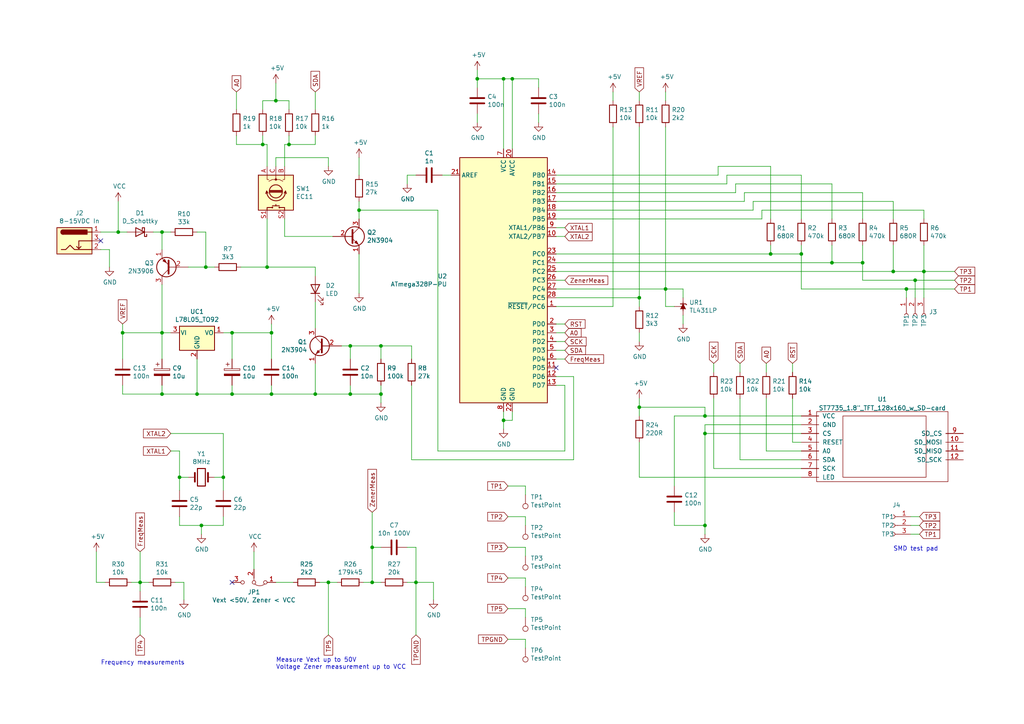
<source format=kicad_sch>
(kicad_sch (version 20211123) (generator eeschema)
  (paper "A4")
  (lib_symbols
    (symbol "Connector:Barrel_Jack_Switch" (pin_names hide)
      (property "Reference" "J" (at 0 5.334 0))
      (property "Value" "Barrel_Jack_Switch" (at 0 -5.08 0))
      (symbol "Barrel_Jack_Switch_1_1"
        (pin passive line (at 7.62 2.54 180) (length 2.54) (name "~") (number "1"))
        (pin passive line (at 7.62 -2.54 180) (length 2.54) (name "~") (number "2"))
        (pin passive line (at 7.62 0 180) (length 2.54) (name "~") (number "3"))
      )
    )
    (symbol "Connector:TestPoint" (pin_numbers hide) (pin_names (offset 0.762) hide)
      (property "Reference" "TP" (at 0 6.858 0))
      (property "Value" "TestPoint" (at 0 5.08 0))
      (symbol "TestPoint_1_1"
        (pin passive line (at 0 0 90) (length 2.54) (name "1") (number "1"))
      )
    )
    (symbol "Device:C" (pin_numbers hide) (pin_names (offset 0.254))
      (property "Reference" "C" (at 0.635 2.54 0))
      (property "Value" "C" (at 0.635 -2.54 0))
      (symbol "C_1_1"
        (pin passive line (at 0 3.81 270) (length 2.794) (name "~") (number "1"))
        (pin passive line (at 0 -3.81 90) (length 2.794) (name "~") (number "2"))
      )
    )
    (symbol "Device:Crystal" (pin_numbers hide) (pin_names (offset 1.016) hide)
      (property "Reference" "Y" (at 0 3.81 0))
      (property "Value" "Crystal" (at 0 -3.81 0))
      (symbol "Crystal_1_1"
        (pin passive line (at -3.81 0 0) (length 1.27) (name "1") (number "1"))
        (pin passive line (at 3.81 0 180) (length 1.27) (name "2") (number "2"))
      )
    )
    (symbol "Device:D_Schottky" (pin_numbers hide) (pin_names (offset 1.016) hide)
      (property "Reference" "D" (at 0 2.54 0))
      (property "Value" "D_Schottky" (at 0 -2.54 0))
      (symbol "D_Schottky_1_1"
        (pin passive line (at -3.81 0 0) (length 2.54) (name "K") (number "1"))
        (pin passive line (at 3.81 0 180) (length 2.54) (name "A") (number "2"))
      )
    )
    (symbol "Device:LED" (pin_numbers hide) (pin_names (offset 1.016) hide)
      (property "Reference" "D" (at 0 2.54 0))
      (property "Value" "LED" (at 0 -2.54 0))
      (symbol "LED_1_1"
        (pin passive line (at -3.81 0 0) (length 2.54) (name "K") (number "1"))
        (pin passive line (at 3.81 0 180) (length 2.54) (name "A") (number "2"))
      )
    )
    (symbol "Device:R" (pin_numbers hide) (pin_names (offset 0))
      (property "Reference" "R" (at 2.032 0 90))
      (property "Value" "R" (at 0 0 90))
      (symbol "R_1_1"
        (pin passive line (at 0 3.81 270) (length 1.27) (name "~") (number "1"))
        (pin passive line (at 0 -3.81 90) (length 1.27) (name "~") (number "2"))
      )
    )
    (symbol "My_Headers:3-pin_test_header" (pin_names (offset 1.016))
      (property "Reference" "J" (at 0 5.08 0))
      (symbol "3-pin_test_header_1_1"
        (pin input line (at -5.08 2.54 0) (length 3.81) (name "TP1") (number "1"))
        (pin input line (at -5.08 0 0) (length 3.81) (name "TP2") (number "2"))
        (pin input line (at -5.08 -2.54 0) (length 3.81) (name "TP3") (number "3"))
      )
    )
    (symbol "My_Misc:ATmega328P-PU"
      (property "Reference" "U" (at -12.7 36.83 0))
      (property "Value" "ATmega328P-PU" (at 7.62 -36.83 0))
      (symbol "ATmega328P-PU_1_1"
        (pin bidirectional line (at 15.24 -7.62 180) (length 2.54) (name "~{RESET}/PC6") (number "1"))
        (pin bidirectional line (at 15.24 12.7 180) (length 2.54) (name "XTAL2/PB7") (number "10"))
        (pin bidirectional line (at 15.24 -25.4 180) (length 2.54) (name "PD5") (number "11"))
        (pin bidirectional line (at 15.24 -27.94 180) (length 2.54) (name "PD6") (number "12"))
        (pin bidirectional line (at 15.24 -30.48 180) (length 2.54) (name "PD7") (number "13"))
        (pin bidirectional line (at 15.24 30.48 180) (length 2.54) (name "PB0") (number "14"))
        (pin bidirectional line (at 15.24 27.94 180) (length 2.54) (name "PB1") (number "15"))
        (pin bidirectional line (at 15.24 25.4 180) (length 2.54) (name "PB2") (number "16"))
        (pin bidirectional line (at 15.24 22.86 180) (length 2.54) (name "PB3") (number "17"))
        (pin bidirectional line (at 15.24 20.32 180) (length 2.54) (name "PB4") (number "18"))
        (pin bidirectional line (at 15.24 17.78 180) (length 2.54) (name "PB5") (number "19"))
        (pin bidirectional line (at 15.24 -12.7 180) (length 2.54) (name "PD0") (number "2"))
        (pin power_in line (at 2.54 38.1 270) (length 2.54) (name "AVCC") (number "20"))
        (pin passive line (at -15.24 30.48 0) (length 2.54) (name "AREF") (number "21"))
        (pin passive line (at 0 -38.1 90) (length 2.54) hide (name "GND") (number "22"))
        (pin power_in line (at 2.54 -38.1 90) (length 2.54) (name "GND") (number "22"))
        (pin bidirectional line (at 15.24 7.62 180) (length 2.54) (name "PC0") (number "23"))
        (pin bidirectional line (at 15.24 5.08 180) (length 2.54) (name "PC1") (number "24"))
        (pin bidirectional line (at 15.24 2.54 180) (length 2.54) (name "PC2") (number "25"))
        (pin bidirectional line (at 15.24 0 180) (length 2.54) (name "PC3") (number "26"))
        (pin bidirectional line (at 15.24 -2.54 180) (length 2.54) (name "PC4") (number "27"))
        (pin bidirectional line (at 15.24 -5.08 180) (length 2.54) (name "PC5") (number "28"))
        (pin bidirectional line (at 15.24 -15.24 180) (length 2.54) (name "PD1") (number "3"))
        (pin bidirectional line (at 15.24 -17.78 180) (length 2.54) (name "PD2") (number "4"))
        (pin bidirectional line (at 15.24 -20.32 180) (length 2.54) (name "PD3") (number "5"))
        (pin bidirectional line (at 15.24 -22.86 180) (length 2.54) (name "PD4") (number "6"))
        (pin power_in line (at 0 38.1 270) (length 2.54) (name "VCC") (number "7"))
        (pin power_in line (at 0 -38.1 90) (length 2.54) (name "GND") (number "8"))
        (pin bidirectional line (at 15.24 15.24 180) (length 2.54) (name "XTAL1/PB6") (number "9"))
      )
    )
    (symbol "My_Parts:ST7735_1.8{dblquote}_TFT_128x160_w_SD-card" (pin_names (offset 1.016))
      (property "Reference" "U" (at 6.35 3.175 0))
      (property "Value" "ST7735_1.8{dblquote}_TFT_128x160_w_SD-card" (at 24.13 -20.955 0))
      (symbol "ST7735_1.8{dblquote}_TFT_128x160_w_SD-card_1_1"
        (pin power_in line (at 0 0 0) (length 5.08) (name "VCC") (number "1"))
        (pin bidirectional line (at 46.99 -7.62 180) (length 5.08) (name "SD_MOSI") (number "10"))
        (pin bidirectional line (at 46.99 -10.16 180) (length 5.08) (name "SD_MISO") (number "11"))
        (pin bidirectional line (at 46.99 -12.7 180) (length 5.08) (name "SD_SCK") (number "12"))
        (pin power_in line (at 0 -2.54 0) (length 5.08) (name "GND") (number "2"))
        (pin input line (at 0 -5.08 0) (length 5.08) (name "CS") (number "3"))
        (pin input line (at 0 -7.62 0) (length 5.08) (name "RESET") (number "4"))
        (pin input line (at 0 -10.16 0) (length 5.08) (name "A0") (number "5"))
        (pin input line (at 0 -12.7 0) (length 5.08) (name "SDA") (number "6"))
        (pin input line (at 0 -15.24 0) (length 5.08) (name "SCK") (number "7"))
        (pin input line (at 0 -17.78 0) (length 5.08) (name "LED") (number "8"))
        (pin bidirectional line (at 46.99 -5.08 180) (length 5.08) (name "SD_CS") (number "9"))
      )
    )
    (symbol "Reference_Voltage:TL431LP" (pin_numbers hide) (pin_names hide)
      (property "Reference" "U" (at -2.54 2.54 0))
      (property "Value" "TL431LP" (at 0 -2.54 0))
      (symbol "TL431LP_1_1"
        (pin passive line (at 0 2.54 270) (length 2.54) (name "REF") (number "1"))
        (pin passive line (at -2.54 0 0) (length 2.54) (name "A") (number "2"))
        (pin passive line (at 2.54 0 180) (length 2.54) (name "K") (number "3"))
      )
    )
    (symbol "Regulator_Linear:L78L05_TO92" (pin_names (offset 0.254))
      (property "Reference" "U" (at -3.81 3.175 0))
      (property "Value" "L78L05_TO92" (at 0 3.175 0))
      (symbol "L78L05_TO92_1_1"
        (pin power_out line (at 7.62 0 180) (length 2.54) (name "VO") (number "1"))
        (pin power_in line (at 0 -7.62 90) (length 2.54) (name "GND") (number "2"))
        (pin power_in line (at -7.62 0 0) (length 2.54) (name "VI") (number "3"))
      )
    )
    (symbol "Transistor_BJT:2N3904" (pin_names (offset 0) hide)
      (property "Reference" "Q" (at 5.08 1.905 0))
      (property "Value" "2N3904" (at 5.08 0 0))
      (symbol "2N3904_1_1"
        (pin passive line (at 2.54 -5.08 90) (length 2.54) (name "E") (number "1"))
        (pin passive line (at -5.08 0 0) (length 5.715) (name "B") (number "2"))
        (pin passive line (at 2.54 5.08 270) (length 2.54) (name "C") (number "3"))
      )
    )
    (symbol "Transistor_BJT:2N3906" (pin_names (offset 0) hide)
      (property "Reference" "Q" (at 5.08 1.905 0))
      (property "Value" "2N3906" (at 5.08 0 0))
      (symbol "2N3906_1_1"
        (pin passive line (at 2.54 -5.08 90) (length 2.54) (name "E") (number "1"))
        (pin input line (at -5.08 0 0) (length 5.715) (name "B") (number "2"))
        (pin passive line (at 2.54 5.08 270) (length 2.54) (name "C") (number "3"))
      )
    )
    (symbol "avrComponentTester-Jose_Miquel-rescue:CP-Device" (pin_numbers hide) (pin_names (offset 0.254))
      (property "Reference" "C" (at 0.635 2.54 0))
      (property "Value" "CP-Device" (at 0.635 -2.54 0))
      (symbol "CP-Device_1_1"
        (pin passive line (at 0 3.81 270) (length 2.794) (name "~") (number "1"))
        (pin passive line (at 0 -3.81 90) (length 2.794) (name "~") (number "2"))
      )
    )
    (symbol "avrComponentTester-Jose_Miquel-rescue:Jumper_3_Bridged12-Jumper" (pin_names (offset 0) hide)
      (property "Reference" "JP" (at -2.54 -2.54 0))
      (property "Value" "Jumper_3_Bridged12-Jumper" (at 0 2.794 0))
      (symbol "Jumper_3_Bridged12-Jumper_1_1"
        (pin passive line (at -6.35 0 0) (length 2.54) (name "A") (number "1"))
        (pin input line (at 0 -3.81 90) (length 2.54) (name "C") (number "2"))
        (pin passive line (at 6.35 0 180) (length 2.54) (name "B") (number "3"))
      )
    )
    (symbol "avrComponentTester-Jose_Miquel-rescue:Rotary_Encoder_Switch-Device" (pin_names (offset 0.254) hide)
      (property "Reference" "SW" (at 0 6.604 0))
      (property "Value" "Rotary_Encoder_Switch-Device" (at 0 -6.604 0))
      (symbol "Rotary_Encoder_Switch-Device_1_1"
        (pin passive line (at -7.62 2.54 0) (length 2.54) (name "A") (number "A"))
        (pin passive line (at -7.62 -2.54 0) (length 2.54) (name "B") (number "B"))
        (pin passive line (at -7.62 0 0) (length 2.54) (name "C") (number "C"))
        (pin passive line (at 7.62 2.54 180) (length 2.54) (name "S1") (number "S1"))
        (pin passive line (at 7.62 -2.54 180) (length 2.54) (name "S2") (number "S2"))
      )
    )
    (symbol "power:+5V" (power) (pin_names (offset 0))
      (property "Value" "+5V" (at 0 3.556 0))
      (symbol "+5V_1_1"
        (pin power_in line (at 0 0 90) (length 0) hide (name "+5V") (number "1"))
      )
    )
    (symbol "power:GND" (power) (pin_names (offset 0))
      (property "Value" "GND" (at 0 -3.81 0))
      (symbol "GND_1_1"
        (pin power_in line (at 0 0 270) (length 0) hide (name "GND") (number "1"))
      )
    )
    (symbol "power:VCC" (power) (pin_names (offset 0))
      (property "Value" "VCC" (at 0 3.81 0))
      (symbol "VCC_1_1"
        (pin power_in line (at 0 0 90) (length 0) hide (name "VCC") (number "1"))
      )
    )
  )
  (junction (at 59.69 77.47))
  (junction (at 52.07 138.43))
  (junction (at 262.89 83.82))
  (junction (at 67.31 96.52))
  (junction (at 46.99 96.52))
  (junction (at 101.6 100.33))
  (junction (at 34.29 67.31))
  (junction (at 40.64 168.91))
  (junction (at 76.2 41.91))
  (junction (at 250.19 76.2))
  (junction (at 204.47 125.73))
  (junction (at 138.43 22.86))
  (junction (at 110.49 100.33))
  (junction (at 46.99 114.3))
  (junction (at 35.56 96.52))
  (junction (at 146.05 22.86))
  (junction (at 204.47 120.65))
  (junction (at 120.65 168.91))
  (junction (at 193.04 83.82))
  (junction (at 110.49 114.3))
  (junction (at 265.43 81.28))
  (junction (at 101.6 114.3))
  (junction (at 232.41 73.66))
  (junction (at 95.25 168.91))
  (junction (at 83.82 41.91))
  (junction (at 46.99 67.31))
  (junction (at 91.44 114.3))
  (junction (at 64.77 138.43))
  (junction (at 148.59 22.86))
  (junction (at 241.3 76.2))
  (junction (at 267.97 78.74))
  (junction (at 185.42 118.11))
  (junction (at 259.08 78.74))
  (junction (at 185.42 86.36))
  (junction (at 67.31 114.3))
  (junction (at 78.74 96.52))
  (junction (at 146.05 121.92))
  (junction (at 80.01 29.21))
  (junction (at 57.15 114.3))
  (junction (at 77.47 77.47))
  (junction (at 204.47 152.4))
  (junction (at 107.95 158.75))
  (junction (at 104.14 60.96))
  (junction (at 78.74 114.3))
  (junction (at 223.52 73.66))
  (junction (at 58.42 152.4))
  (junction (at 107.95 168.91))
  (no_connect (at 29.21 69.85))
  (no_connect (at 67.31 168.91))
  (no_connect (at 161.29 106.68))
  (wire (pts (xy 193.04 29.21) (xy 193.04 26.67)))
  (wire (pts (xy 185.42 118.11) (xy 204.47 118.11)))
  (wire (pts (xy 46.99 72.39) (xy 46.99 67.31)))
  (wire (pts (xy 185.42 138.43) (xy 185.42 128.27)))
  (wire (pts (xy 104.14 73.66) (xy 104.14 85.09)))
  (wire (pts (xy 95.25 45.72) (xy 95.25 48.26)))
  (wire (pts (xy 215.9 55.88) (xy 250.19 55.88)))
  (wire (pts (xy 161.29 78.74) (xy 259.08 78.74)))
  (wire (pts (xy 148.59 119.38) (xy 148.59 121.92)))
  (wire (pts (xy 138.43 22.86) (xy 146.05 22.86)))
  (wire (pts (xy 49.53 125.73) (xy 64.77 125.73)))
  (wire (pts (xy 185.42 86.36) (xy 161.29 86.36)))
  (wire (pts (xy 40.64 171.45) (xy 40.64 168.91)))
  (wire (pts (xy 208.28 48.26) (xy 223.52 48.26)))
  (wire (pts (xy 35.56 96.52) (xy 35.56 93.98)))
  (wire (pts (xy 91.44 87.63) (xy 91.44 95.25)))
  (wire (pts (xy 265.43 81.28) (xy 250.19 81.28)))
  (wire (pts (xy 166.37 109.22) (xy 161.29 109.22)))
  (wire (pts (xy 58.42 152.4) (xy 64.77 152.4)))
  (wire (pts (xy 104.14 60.96) (xy 127 60.96)))
  (wire (pts (xy 50.8 168.91) (xy 53.34 168.91)))
  (wire (pts (xy 118.11 50.8) (xy 118.11 53.34)))
  (wire (pts (xy 120.65 168.91) (xy 120.65 184.15)))
  (wire (pts (xy 82.55 68.58) (xy 82.55 63.5)))
  (wire (pts (xy 46.99 111.76) (xy 46.99 114.3)))
  (wire (pts (xy 266.7 152.4) (xy 264.16 152.4)))
  (wire (pts (xy 163.83 93.98) (xy 161.29 93.98)))
  (wire (pts (xy 101.6 114.3) (xy 110.49 114.3)))
  (wire (pts (xy 110.49 100.33) (xy 110.49 104.14)))
  (wire (pts (xy 91.44 105.41) (xy 91.44 114.3)))
  (wire (pts (xy 156.21 35.56) (xy 156.21 33.02)))
  (wire (pts (xy 185.42 29.21) (xy 185.42 26.67)))
  (wire (pts (xy 52.07 130.81) (xy 52.07 138.43)))
  (wire (pts (xy 262.89 86.36) (xy 262.89 83.82)))
  (wire (pts (xy 49.53 96.52) (xy 46.99 96.52)))
  (wire (pts (xy 161.29 58.42) (xy 215.9 58.42)))
  (wire (pts (xy 110.49 116.84) (xy 110.49 114.3)))
  (wire (pts (xy 57.15 114.3) (xy 67.31 114.3)))
  (wire (pts (xy 147.32 149.86) (xy 152.4 149.86)))
  (wire (pts (xy 198.12 83.82) (xy 198.12 86.36)))
  (wire (pts (xy 83.82 39.37) (xy 83.82 41.91)))
  (wire (pts (xy 147.32 176.53) (xy 152.4 176.53)))
  (wire (pts (xy 101.6 100.33) (xy 101.6 104.14)))
  (wire (pts (xy 138.43 33.02) (xy 138.43 35.56)))
  (wire (pts (xy 99.06 100.33) (xy 101.6 100.33)))
  (wire (pts (xy 146.05 124.46) (xy 146.05 121.92)))
  (wire (pts (xy 29.21 72.39) (xy 31.75 72.39)))
  (wire (pts (xy 58.42 154.94) (xy 58.42 152.4)))
  (wire (pts (xy 229.87 105.41) (xy 229.87 107.95)))
  (wire (pts (xy 161.29 60.96) (xy 218.44 60.96)))
  (wire (pts (xy 91.44 114.3) (xy 101.6 114.3)))
  (wire (pts (xy 152.4 149.86) (xy 152.4 152.4)))
  (wire (pts (xy 241.3 76.2) (xy 241.3 71.12)))
  (wire (pts (xy 147.32 167.64) (xy 152.4 167.64)))
  (wire (pts (xy 218.44 60.96) (xy 218.44 58.42)))
  (wire (pts (xy 166.37 133.35) (xy 166.37 109.22)))
  (wire (pts (xy 120.65 168.91) (xy 120.65 158.75)))
  (wire (pts (xy 223.52 73.66) (xy 223.52 71.12)))
  (wire (pts (xy 250.19 76.2) (xy 250.19 71.12)))
  (wire (pts (xy 29.21 67.31) (xy 34.29 67.31)))
  (wire (pts (xy 91.44 114.3) (xy 78.74 114.3)))
  (wire (pts (xy 82.55 68.58) (xy 96.52 68.58)))
  (wire (pts (xy 266.7 149.86) (xy 264.16 149.86)))
  (wire (pts (xy 76.2 39.37) (xy 76.2 41.91)))
  (wire (pts (xy 64.77 138.43) (xy 64.77 142.24)))
  (wire (pts (xy 80.01 45.72) (xy 95.25 45.72)))
  (wire (pts (xy 91.44 77.47) (xy 91.44 80.01)))
  (wire (pts (xy 82.55 41.91) (xy 83.82 41.91)))
  (wire (pts (xy 52.07 130.81) (xy 49.53 130.81)))
  (wire (pts (xy 163.83 66.04) (xy 161.29 66.04)))
  (wire (pts (xy 185.42 88.9) (xy 185.42 86.36)))
  (wire (pts (xy 52.07 138.43) (xy 54.61 138.43)))
  (wire (pts (xy 105.41 168.91) (xy 107.95 168.91)))
  (wire (pts (xy 120.65 50.8) (xy 118.11 50.8)))
  (wire (pts (xy 276.86 83.82) (xy 262.89 83.82)))
  (wire (pts (xy 110.49 100.33) (xy 119.38 100.33)))
  (wire (pts (xy 223.52 73.66) (xy 232.41 73.66)))
  (wire (pts (xy 232.41 130.81) (xy 222.25 130.81)))
  (wire (pts (xy 127 130.81) (xy 163.83 130.81)))
  (wire (pts (xy 193.04 83.82) (xy 198.12 83.82)))
  (wire (pts (xy 101.6 100.33) (xy 110.49 100.33)))
  (wire (pts (xy 35.56 96.52) (xy 35.56 104.14)))
  (wire (pts (xy 156.21 22.86) (xy 156.21 25.4)))
  (wire (pts (xy 207.01 107.95) (xy 207.01 105.41)))
  (wire (pts (xy 54.61 77.47) (xy 59.69 77.47)))
  (wire (pts (xy 223.52 48.26) (xy 223.52 63.5)))
  (wire (pts (xy 204.47 118.11) (xy 204.47 120.65)))
  (wire (pts (xy 120.65 158.75) (xy 118.11 158.75)))
  (wire (pts (xy 213.36 55.88) (xy 213.36 53.34)))
  (wire (pts (xy 35.56 114.3) (xy 46.99 114.3)))
  (wire (pts (xy 220.98 63.5) (xy 220.98 60.96)))
  (wire (pts (xy 76.2 29.21) (xy 80.01 29.21)))
  (wire (pts (xy 80.01 29.21) (xy 83.82 29.21)))
  (wire (pts (xy 161.29 63.5) (xy 220.98 63.5)))
  (wire (pts (xy 68.58 31.75) (xy 68.58 26.67)))
  (wire (pts (xy 53.34 168.91) (xy 53.34 173.99)))
  (wire (pts (xy 107.95 168.91) (xy 107.95 158.75)))
  (wire (pts (xy 85.09 168.91) (xy 80.01 168.91)))
  (wire (pts (xy 110.49 114.3) (xy 110.49 111.76)))
  (wire (pts (xy 204.47 125.73) (xy 204.47 152.4)))
  (wire (pts (xy 213.36 53.34) (xy 241.3 53.34)))
  (wire (pts (xy 119.38 100.33) (xy 119.38 104.14)))
  (wire (pts (xy 57.15 67.31) (xy 59.69 67.31)))
  (wire (pts (xy 232.41 83.82) (xy 232.41 73.66)))
  (wire (pts (xy 163.83 101.6) (xy 161.29 101.6)))
  (wire (pts (xy 34.29 67.31) (xy 36.83 67.31)))
  (wire (pts (xy 267.97 60.96) (xy 267.97 63.5)))
  (wire (pts (xy 229.87 115.57) (xy 229.87 128.27)))
  (wire (pts (xy 250.19 55.88) (xy 250.19 63.5)))
  (wire (pts (xy 59.69 77.47) (xy 62.23 77.47)))
  (wire (pts (xy 107.95 158.75) (xy 110.49 158.75)))
  (wire (pts (xy 232.41 133.35) (xy 214.63 133.35)))
  (wire (pts (xy 146.05 121.92) (xy 148.59 121.92)))
  (wire (pts (xy 215.9 58.42) (xy 215.9 55.88)))
  (wire (pts (xy 67.31 111.76) (xy 67.31 114.3)))
  (wire (pts (xy 77.47 41.91) (xy 76.2 41.91)))
  (wire (pts (xy 52.07 149.86) (xy 52.07 152.4)))
  (wire (pts (xy 232.41 125.73) (xy 204.47 125.73)))
  (wire (pts (xy 34.29 67.31) (xy 34.29 58.42)))
  (wire (pts (xy 130.81 50.8) (xy 128.27 50.8)))
  (wire (pts (xy 259.08 78.74) (xy 267.97 78.74)))
  (wire (pts (xy 59.69 67.31) (xy 59.69 77.47)))
  (wire (pts (xy 232.41 73.66) (xy 232.41 71.12)))
  (wire (pts (xy 78.74 96.52) (xy 78.74 104.14)))
  (wire (pts (xy 195.58 88.9) (xy 193.04 88.9)))
  (wire (pts (xy 152.4 185.42) (xy 152.4 187.96)))
  (wire (pts (xy 241.3 53.34) (xy 241.3 63.5)))
  (wire (pts (xy 232.41 50.8) (xy 232.41 63.5)))
  (wire (pts (xy 147.32 140.97) (xy 152.4 140.97)))
  (wire (pts (xy 125.73 168.91) (xy 125.73 173.99)))
  (wire (pts (xy 161.29 50.8) (xy 208.28 50.8)))
  (wire (pts (xy 80.01 48.26) (xy 80.01 45.72)))
  (wire (pts (xy 163.83 68.58) (xy 161.29 68.58)))
  (wire (pts (xy 52.07 142.24) (xy 52.07 138.43)))
  (wire (pts (xy 152.4 140.97) (xy 152.4 143.51)))
  (wire (pts (xy 152.4 176.53) (xy 152.4 179.07)))
  (wire (pts (xy 218.44 58.42) (xy 259.08 58.42)))
  (wire (pts (xy 177.8 88.9) (xy 177.8 36.83)))
  (wire (pts (xy 119.38 111.76) (xy 119.38 133.35)))
  (wire (pts (xy 83.82 29.21) (xy 83.82 31.75)))
  (wire (pts (xy 146.05 119.38) (xy 146.05 121.92)))
  (wire (pts (xy 147.32 158.75) (xy 152.4 158.75)))
  (wire (pts (xy 77.47 77.47) (xy 91.44 77.47)))
  (wire (pts (xy 161.29 73.66) (xy 223.52 73.66)))
  (wire (pts (xy 27.94 160.02) (xy 27.94 168.91)))
  (wire (pts (xy 204.47 120.65) (xy 195.58 120.65)))
  (wire (pts (xy 73.66 165.1) (xy 73.66 160.02)))
  (wire (pts (xy 67.31 114.3) (xy 78.74 114.3)))
  (wire (pts (xy 267.97 86.36) (xy 267.97 78.74)))
  (wire (pts (xy 193.04 88.9) (xy 193.04 83.82)))
  (wire (pts (xy 107.95 168.91) (xy 110.49 168.91)))
  (wire (pts (xy 195.58 120.65) (xy 195.58 140.97)))
  (wire (pts (xy 46.99 96.52) (xy 46.99 104.14)))
  (wire (pts (xy 210.82 53.34) (xy 210.82 50.8)))
  (wire (pts (xy 267.97 78.74) (xy 267.97 71.12)))
  (wire (pts (xy 152.4 158.75) (xy 152.4 161.29)))
  (wire (pts (xy 120.65 168.91) (xy 125.73 168.91)))
  (wire (pts (xy 276.86 81.28) (xy 265.43 81.28)))
  (wire (pts (xy 46.99 96.52) (xy 35.56 96.52)))
  (wire (pts (xy 207.01 135.89) (xy 207.01 115.57)))
  (wire (pts (xy 163.83 99.06) (xy 161.29 99.06)))
  (wire (pts (xy 259.08 58.42) (xy 259.08 63.5)))
  (wire (pts (xy 127 60.96) (xy 127 130.81)))
  (wire (pts (xy 147.32 185.42) (xy 152.4 185.42)))
  (wire (pts (xy 210.82 50.8) (xy 232.41 50.8)))
  (wire (pts (xy 40.64 168.91) (xy 40.64 160.02)))
  (wire (pts (xy 267.97 78.74) (xy 276.86 78.74)))
  (wire (pts (xy 163.83 130.81) (xy 163.83 111.76)))
  (wire (pts (xy 52.07 152.4) (xy 58.42 152.4)))
  (wire (pts (xy 67.31 96.52) (xy 67.31 104.14)))
  (wire (pts (xy 138.43 20.32) (xy 138.43 22.86)))
  (wire (pts (xy 214.63 105.41) (xy 214.63 107.95)))
  (wire (pts (xy 222.25 107.95) (xy 222.25 105.41)))
  (wire (pts (xy 204.47 152.4) (xy 204.47 154.94)))
  (wire (pts (xy 161.29 83.82) (xy 193.04 83.82)))
  (wire (pts (xy 146.05 22.86) (xy 148.59 22.86)))
  (wire (pts (xy 80.01 24.13) (xy 80.01 29.21)))
  (wire (pts (xy 250.19 81.28) (xy 250.19 76.2)))
  (wire (pts (xy 91.44 31.75) (xy 91.44 26.67)))
  (wire (pts (xy 95.25 168.91) (xy 95.25 184.15)))
  (wire (pts (xy 118.11 168.91) (xy 120.65 168.91)))
  (wire (pts (xy 163.83 104.14) (xy 161.29 104.14)))
  (wire (pts (xy 220.98 60.96) (xy 267.97 60.96)))
  (wire (pts (xy 146.05 43.18) (xy 146.05 22.86)))
  (wire (pts (xy 214.63 133.35) (xy 214.63 115.57)))
  (wire (pts (xy 31.75 72.39) (xy 31.75 77.47)))
  (wire (pts (xy 161.29 76.2) (xy 241.3 76.2)))
  (wire (pts (xy 204.47 123.19) (xy 204.47 125.73)))
  (wire (pts (xy 208.28 50.8) (xy 208.28 48.26)))
  (wire (pts (xy 76.2 41.91) (xy 68.58 41.91)))
  (wire (pts (xy 64.77 96.52) (xy 67.31 96.52)))
  (wire (pts (xy 241.3 76.2) (xy 250.19 76.2)))
  (wire (pts (xy 27.94 168.91) (xy 30.48 168.91)))
  (wire (pts (xy 95.25 168.91) (xy 97.79 168.91)))
  (wire (pts (xy 40.64 168.91) (xy 38.1 168.91)))
  (wire (pts (xy 92.71 168.91) (xy 95.25 168.91)))
  (wire (pts (xy 229.87 128.27) (xy 232.41 128.27)))
  (wire (pts (xy 177.8 29.21) (xy 177.8 26.67)))
  (wire (pts (xy 104.14 63.5) (xy 104.14 60.96)))
  (wire (pts (xy 163.83 81.28) (xy 161.29 81.28)))
  (wire (pts (xy 198.12 91.44) (xy 198.12 93.98)))
  (wire (pts (xy 76.2 31.75) (xy 76.2 29.21)))
  (wire (pts (xy 152.4 167.64) (xy 152.4 170.18)))
  (wire (pts (xy 46.99 67.31) (xy 49.53 67.31)))
  (wire (pts (xy 222.25 130.81) (xy 222.25 115.57)))
  (wire (pts (xy 104.14 50.8) (xy 104.14 45.72)))
  (wire (pts (xy 119.38 133.35) (xy 166.37 133.35)))
  (wire (pts (xy 195.58 148.59) (xy 195.58 152.4)))
  (wire (pts (xy 185.42 120.65) (xy 185.42 118.11)))
  (wire (pts (xy 67.31 96.52) (xy 78.74 96.52)))
  (wire (pts (xy 148.59 22.86) (xy 148.59 43.18)))
  (wire (pts (xy 161.29 53.34) (xy 210.82 53.34)))
  (wire (pts (xy 185.42 118.11) (xy 185.42 115.57)))
  (wire (pts (xy 101.6 111.76) (xy 101.6 114.3)))
  (wire (pts (xy 266.7 154.94) (xy 264.16 154.94)))
  (wire (pts (xy 163.83 111.76) (xy 161.29 111.76)))
  (wire (pts (xy 204.47 120.65) (xy 232.41 120.65)))
  (wire (pts (xy 161.29 88.9) (xy 177.8 88.9)))
  (wire (pts (xy 104.14 60.96) (xy 104.14 58.42)))
  (wire (pts (xy 91.44 41.91) (xy 91.44 39.37)))
  (wire (pts (xy 138.43 22.86) (xy 138.43 25.4)))
  (wire (pts (xy 43.18 168.91) (xy 40.64 168.91)))
  (wire (pts (xy 161.29 55.88) (xy 213.36 55.88)))
  (wire (pts (xy 57.15 104.14) (xy 57.15 114.3)))
  (wire (pts (xy 232.41 123.19) (xy 204.47 123.19)))
  (wire (pts (xy 195.58 152.4) (xy 204.47 152.4)))
  (wire (pts (xy 148.59 22.86) (xy 156.21 22.86)))
  (wire (pts (xy 193.04 36.83) (xy 193.04 83.82)))
  (wire (pts (xy 232.41 138.43) (xy 185.42 138.43)))
  (wire (pts (xy 107.95 158.75) (xy 107.95 148.59)))
  (wire (pts (xy 82.55 48.26) (xy 82.55 41.91)))
  (wire (pts (xy 78.74 114.3) (xy 78.74 111.76)))
  (wire (pts (xy 232.41 135.89) (xy 207.01 135.89)))
  (wire (pts (xy 185.42 36.83) (xy 185.42 86.36)))
  (wire (pts (xy 69.85 77.47) (xy 77.47 77.47)))
  (wire (pts (xy 46.99 96.52) (xy 46.99 82.55)))
  (wire (pts (xy 68.58 41.91) (xy 68.58 39.37)))
  (wire (pts (xy 62.23 138.43) (xy 64.77 138.43)))
  (wire (pts (xy 46.99 114.3) (xy 57.15 114.3)))
  (wire (pts (xy 35.56 111.76) (xy 35.56 114.3)))
  (wire (pts (xy 78.74 96.52) (xy 78.74 93.98)))
  (wire (pts (xy 44.45 67.31) (xy 46.99 67.31)))
  (wire (pts (xy 259.08 78.74) (xy 259.08 71.12)))
  (wire (pts (xy 77.47 63.5) (xy 77.47 77.47)))
  (wire (pts (xy 163.83 96.52) (xy 161.29 96.52)))
  (wire (pts (xy 83.82 41.91) (xy 91.44 41.91)))
  (wire (pts (xy 40.64 179.07) (xy 40.64 184.15)))
  (wire (pts (xy 262.89 83.82) (xy 232.41 83.82)))
  (wire (pts (xy 77.47 48.26) (xy 77.47 41.91)))
  (wire (pts (xy 265.43 86.36) (xy 265.43 81.28)))
  (wire (pts (xy 185.42 96.52) (xy 185.42 99.06)))
  (wire (pts (xy 64.77 125.73) (xy 64.77 138.43)))
  (wire (pts (xy 64.77 152.4) (xy 64.77 149.86)))
  (text "SMD test pad" (at 259.08 160.02 0) (effects (font (size 1.27 1.27)) (justify left bottom)))
  (text "Measure Vext up to 50V\nVoltage Zener measurement up to VCC" (at 80.01 194.31 0) (effects (font (size 1.27 1.27)) (justify left bottom)))
  (text "Frequency measurements" (at 29.21 193.04 0) (effects (font (size 1.27 1.27)) (justify left bottom)))
  (global_label "TP5" (shape input) (at 95.25 184.15 270) (property "Intersheet References" "${INTERSHEET_REFS}" (effects hide)))
  (global_label "TP1" (shape input) (at 266.7 154.94 0) (property "Intersheet References" "${INTERSHEET_REFS}" (effects hide)))
  (global_label "FreqMeas" (shape input) (at 163.83 104.14 0) (property "Intersheet References" "${INTERSHEET_REFS}" (effects hide)))
  (global_label "TP4" (shape input) (at 40.64 184.15 270) (property "Intersheet References" "${INTERSHEET_REFS}" (effects hide)))
  (global_label "TPGND" (shape input) (at 147.32 185.42 180) (property "Intersheet References" "${INTERSHEET_REFS}" (effects hide)))
  (global_label "XTAL1" (shape input) (at 163.83 66.04 0) (property "Intersheet References" "${INTERSHEET_REFS}" (effects hide)))
  (global_label "SDA" (shape input) (at 91.44 26.67 90) (property "Intersheet References" "${INTERSHEET_REFS}" (effects hide)))
  (global_label "ZenerMeas" (shape input) (at 107.95 148.59 90) (property "Intersheet References" "${INTERSHEET_REFS}" (effects hide)))
  (global_label "VREF" (shape input) (at 35.56 93.98 90) (property "Intersheet References" "${INTERSHEET_REFS}" (effects hide)))
  (global_label "A0" (shape input) (at 222.25 105.41 90) (property "Intersheet References" "${INTERSHEET_REFS}" (effects hide)))
  (global_label "XTAL2" (shape input) (at 163.83 68.58 0) (property "Intersheet References" "${INTERSHEET_REFS}" (effects hide)))
  (global_label "TP3" (shape input) (at 147.32 158.75 180) (property "Intersheet References" "${INTERSHEET_REFS}" (effects hide)))
  (global_label "TP3" (shape input) (at 276.86 78.74 0) (property "Intersheet References" "${INTERSHEET_REFS}" (effects hide)))
  (global_label "ZenerMeas" (shape input) (at 163.83 81.28 0) (property "Intersheet References" "${INTERSHEET_REFS}" (effects hide)))
  (global_label "XTAL2" (shape input) (at 49.53 125.73 180) (property "Intersheet References" "${INTERSHEET_REFS}" (effects hide)))
  (global_label "SCK" (shape input) (at 207.01 105.41 90) (property "Intersheet References" "${INTERSHEET_REFS}" (effects hide)))
  (global_label "TP2" (shape input) (at 276.86 81.28 0) (property "Intersheet References" "${INTERSHEET_REFS}" (effects hide)))
  (global_label "XTAL1" (shape input) (at 49.53 130.81 180) (property "Intersheet References" "${INTERSHEET_REFS}" (effects hide)))
  (global_label "SDA" (shape input) (at 214.63 105.41 90) (property "Intersheet References" "${INTERSHEET_REFS}" (effects hide)))
  (global_label "SDA" (shape input) (at 163.83 101.6 0) (property "Intersheet References" "${INTERSHEET_REFS}" (effects hide)))
  (global_label "SCK" (shape input) (at 163.83 99.06 0) (property "Intersheet References" "${INTERSHEET_REFS}" (effects hide)))
  (global_label "VREF" (shape input) (at 185.42 26.67 90) (property "Intersheet References" "${INTERSHEET_REFS}" (effects hide)))
  (global_label "TP4" (shape input) (at 147.32 167.64 180) (property "Intersheet References" "${INTERSHEET_REFS}" (effects hide)))
  (global_label "TP5" (shape input) (at 147.32 176.53 180) (property "Intersheet References" "${INTERSHEET_REFS}" (effects hide)))
  (global_label "TP3" (shape input) (at 266.7 149.86 0) (property "Intersheet References" "${INTERSHEET_REFS}" (effects hide)))
  (global_label "FreqMeas" (shape input) (at 40.64 160.02 90) (property "Intersheet References" "${INTERSHEET_REFS}" (effects hide)))
  (global_label "A0" (shape input) (at 68.58 26.67 90) (property "Intersheet References" "${INTERSHEET_REFS}" (effects hide)))
  (global_label "TP1" (shape input) (at 147.32 140.97 180) (property "Intersheet References" "${INTERSHEET_REFS}" (effects hide)))
  (global_label "TP2" (shape input) (at 266.7 152.4 0) (property "Intersheet References" "${INTERSHEET_REFS}" (effects hide)))
  (global_label "RST" (shape input) (at 163.83 93.98 0) (property "Intersheet References" "${INTERSHEET_REFS}" (effects hide)))
  (global_label "A0" (shape input) (at 163.83 96.52 0) (property "Intersheet References" "${INTERSHEET_REFS}" (effects hide)))
  (global_label "TP2" (shape input) (at 147.32 149.86 180) (property "Intersheet References" "${INTERSHEET_REFS}" (effects hide)))
  (global_label "TP1" (shape input) (at 276.86 83.82 0) (property "Intersheet References" "${INTERSHEET_REFS}" (effects hide)))
  (global_label "TPGND" (shape input) (at 120.65 184.15 270) (property "Intersheet References" "${INTERSHEET_REFS}" (effects hide)))
  (global_label "RST" (shape input) (at 229.87 105.41 90) (property "Intersheet References" "${INTERSHEET_REFS}" (effects hide)))
  (symbol (lib_id "My_Misc:ATmega328P-PU") (at 146.05 81.28 0) (unit 1)
    (property "Reference" "U2" (at 129.6924 80.1116 0) (effects (justify right)))
    (property "Value" "ATmega328P-PU" (at 129.6924 82.423 0) (effects (justify right)))
    (property "Footprint" "Package_DIP:DIP-28_W7.62mm" (effects hide))
    (property "Datasheet" "http://ww1.microchip.com/downloads/en/DeviceDoc/ATmega328_P%20AVR%20MCU%20with%20picoPower%20Technology%20Data%20Sheet%2040001984A.pdf" (effects hide))
  )
  (symbol (lib_id "Device:R") (at 267.97 67.31 0) (unit 1)
    (property "Reference" "R6" (at 269.748 66.1416 0) (effects (justify left)))
    (property "Value" "470k" (at 269.748 68.453 0) (effects (justify left)))
    (property "Footprint" "My_Misc:R_Axial_DIN0207_L6.3mm_D2.5mm_P10.16mm_Horizontal_larger_pads" (effects hide))
  )
  (symbol (lib_id "Device:R") (at 259.08 67.31 0) (unit 1)
    (property "Reference" "R5" (at 260.858 66.1416 0) (effects (justify left)))
    (property "Value" "680R" (at 260.858 68.453 0) (effects (justify left)))
    (property "Footprint" "My_Misc:R_Axial_DIN0207_L6.3mm_D2.5mm_P10.16mm_Horizontal_larger_pads" (effects hide))
  )
  (symbol (lib_id "Device:R") (at 250.19 67.31 0) (unit 1)
    (property "Reference" "R4" (at 251.968 66.1416 0) (effects (justify left)))
    (property "Value" "470k" (at 251.968 68.453 0) (effects (justify left)))
    (property "Footprint" "My_Misc:R_Axial_DIN0207_L6.3mm_D2.5mm_P10.16mm_Horizontal_larger_pads" (effects hide))
  )
  (symbol (lib_id "Device:R") (at 241.3 67.31 0) (unit 1)
    (property "Reference" "R3" (at 243.078 66.1416 0) (effects (justify left)))
    (property "Value" "680R" (at 243.078 68.453 0) (effects (justify left)))
    (property "Footprint" "My_Misc:R_Axial_DIN0207_L6.3mm_D2.5mm_P10.16mm_Horizontal_larger_pads" (effects hide))
  )
  (symbol (lib_id "Device:R") (at 232.41 67.31 0) (unit 1)
    (property "Reference" "R2" (at 234.188 66.1416 0) (effects (justify left)))
    (property "Value" "470k" (at 234.188 68.453 0) (effects (justify left)))
    (property "Footprint" "My_Misc:R_Axial_DIN0207_L6.3mm_D2.5mm_P10.16mm_Horizontal_larger_pads" (effects hide))
  )
  (symbol (lib_id "Device:R") (at 223.52 67.31 0) (unit 1)
    (property "Reference" "R1" (at 225.298 66.1416 0) (effects (justify left)))
    (property "Value" "680R" (at 225.298 68.453 0) (effects (justify left)))
    (property "Footprint" "My_Misc:R_Axial_DIN0207_L6.3mm_D2.5mm_P10.16mm_Horizontal_larger_pads" (effects hide))
  )
  (symbol (lib_id "My_Headers:3-pin_test_header") (at 265.43 91.44 90) (mirror x) (unit 1)
    (property "Reference" "J3" (at 269.4432 90.4748 90) (effects (justify right)))
    (property "Value" "3-pin_test_header" (effects hide))
    (property "Footprint" "My_Headers:3-pin_test_header_large" (effects hide))
  )
  (symbol (lib_id "power:+5V") (at 193.04 26.67 0) (unit 1)
    (property "Reference" "#PWR0101" (effects hide))
    (property "Value" "+5V" (at 193.421 22.2758 0))
  )
  (symbol (lib_id "power:GND") (at 198.12 93.98 0) (unit 1)
    (property "Reference" "#PWR0122" (effects hide))
    (property "Value" "GND" (at 198.247 98.3742 0))
  )
  (symbol (lib_id "Device:R") (at 185.42 92.71 180) (unit 1)
    (property "Reference" "R12" (at 187.198 91.5416 0) (effects (justify right)))
    (property "Value" "3k3" (at 187.198 93.853 0) (effects (justify right)))
    (property "Footprint" "My_Misc:R_Axial_DIN0207_L6.3mm_D2.5mm_P10.16mm_Horizontal_larger_pads" (effects hide))
  )
  (symbol (lib_id "power:GND") (at 185.42 99.06 0) (unit 1)
    (property "Reference" "#PWR0102" (effects hide))
    (property "Value" "GND" (at 185.547 103.4542 0))
  )
  (symbol (lib_id "Device:R") (at 185.42 33.02 0) (unit 1)
    (property "Reference" "R11" (at 187.198 31.8516 0) (effects (justify left)))
    (property "Value" "10k" (at 187.198 34.163 0) (effects (justify left)))
    (property "Footprint" "My_Misc:R_Axial_DIN0207_L6.3mm_D2.5mm_P10.16mm_Horizontal_larger_pads" (effects hide))
  )
  (symbol (lib_id "Device:R") (at 177.8 33.02 0) (unit 1)
    (property "Reference" "R13" (at 179.578 31.8516 0) (effects (justify left)))
    (property "Value" "10k" (at 179.578 34.163 0) (effects (justify left)))
    (property "Footprint" "My_Misc:R_Axial_DIN0207_L6.3mm_D2.5mm_P10.16mm_Horizontal_larger_pads" (effects hide))
  )
  (symbol (lib_id "power:+5V") (at 177.8 26.67 0) (unit 1)
    (property "Reference" "#PWR0103" (effects hide))
    (property "Value" "+5V" (at 178.181 22.2758 0))
  )
  (symbol (lib_id "Device:R") (at 34.29 168.91 270) (unit 1)
    (property "Reference" "R30" (at 34.29 163.6522 90))
    (property "Value" "10k" (at 34.29 165.9636 90))
    (property "Footprint" "My_Misc:R_Axial_DIN0207_L6.3mm_D2.5mm_P10.16mm_Horizontal_larger_pads" (effects hide))
  )
  (symbol (lib_id "Device:R") (at 46.99 168.91 270) (unit 1)
    (property "Reference" "R31" (at 46.99 163.6522 90))
    (property "Value" "10k" (at 46.99 165.9636 90))
    (property "Footprint" "My_Misc:R_Axial_DIN0207_L6.3mm_D2.5mm_P10.16mm_Horizontal_larger_pads" (effects hide))
  )
  (symbol (lib_id "Device:C") (at 40.64 175.26 0) (unit 1)
    (property "Reference" "C11" (at 43.561 174.0916 0) (effects (justify left)))
    (property "Value" "100n" (at 43.561 176.403 0) (effects (justify left)))
    (property "Footprint" "My_Misc:C_Disc_D3.8mm_W2.6mm_P2.50mm_large" (effects hide))
  )
  (symbol (lib_id "power:+5V") (at 27.94 160.02 0) (unit 1)
    (property "Reference" "#PWR0104" (effects hide))
    (property "Value" "+5V" (at 28.321 155.6258 0))
  )
  (symbol (lib_id "power:GND") (at 53.34 173.99 0) (unit 1)
    (property "Reference" "#PWR0105" (effects hide))
    (property "Value" "GND" (at 53.467 178.3842 0))
  )
  (symbol (lib_id "avrComponentTester-Jose_Miquel-rescue:Jumper_3_Bridged12-Jumper") (at 73.66 168.91 180) (unit 1)
    (property "Reference" "JP1" (at 73.66 171.7294 0))
    (property "Value" "Vext <50V, Zener < VCC" (at 73.66 174.0408 0))
    (property "Footprint" "My_Parts:Jumper_1x03_P2.54mm_large" (effects hide))
  )
  (symbol (lib_id "power:VCC") (at 73.66 160.02 0) (unit 1)
    (property "Reference" "#PWR0106" (effects hide))
    (property "Value" "VCC" (at 74.041 155.6258 0))
  )
  (symbol (lib_id "Device:R") (at 88.9 168.91 270) (unit 1)
    (property "Reference" "R25" (at 88.9 163.6522 90))
    (property "Value" "2k2" (at 88.9 165.9636 90))
    (property "Footprint" "My_Misc:R_Axial_DIN0207_L6.3mm_D2.5mm_P10.16mm_Horizontal_larger_pads" (effects hide))
  )
  (symbol (lib_id "Device:R") (at 101.6 168.91 270) (unit 1)
    (property "Reference" "R26" (at 101.6 163.6522 90))
    (property "Value" "179k45" (at 101.6 165.9636 90))
    (property "Footprint" "My_Misc:R_Axial_DIN0207_L6.3mm_D2.5mm_P10.16mm_Horizontal_larger_pads" (effects hide))
  )
  (symbol (lib_id "Device:R") (at 114.3 168.91 270) (unit 1)
    (property "Reference" "R27" (at 114.3 163.6522 90))
    (property "Value" "20k" (at 114.3 165.9636 90))
    (property "Footprint" "My_Misc:R_Axial_DIN0207_L6.3mm_D2.5mm_P10.16mm_Horizontal_larger_pads" (effects hide))
  )
  (symbol (lib_id "Device:C") (at 114.3 158.75 270) (unit 1)
    (property "Reference" "C7" (at 114.3 152.3492 90))
    (property "Value" "10n 100V" (at 114.3 154.6606 90))
    (property "Footprint" "My_Misc:C_Disc_D7.5mm_W2.5mm_P5.00mm_larger" (effects hide))
  )
  (symbol (lib_id "power:GND") (at 125.73 173.99 0) (unit 1)
    (property "Reference" "#PWR0107" (effects hide))
    (property "Value" "GND" (at 125.857 178.3842 0))
  )
  (symbol (lib_id "Connector:Barrel_Jack_Switch") (at 21.59 69.85 0) (unit 1)
    (property "Reference" "J2" (at 23.0378 61.7982 0))
    (property "Value" "8-15VDC In" (at 23.0378 64.1096 0))
    (property "Footprint" "Connector_BarrelJack:BarrelJack_Horizontal" (effects hide))
  )
  (symbol (lib_id "Device:D_Schottky") (at 40.64 67.31 180) (unit 1)
    (property "Reference" "D1" (at 40.64 61.7982 0))
    (property "Value" "D_Schottky" (at 40.64 64.1096 0))
    (property "Footprint" "My_Misc:D_DO-35_SOD27_P7.62mm_Horizontal_large" (effects hide))
  )
  (symbol (lib_id "Device:R") (at 53.34 67.31 270) (unit 1)
    (property "Reference" "R10" (at 53.34 62.0522 90))
    (property "Value" "33k" (at 53.34 64.3636 90))
    (property "Footprint" "My_Misc:R_Axial_DIN0207_L6.3mm_D2.5mm_P10.16mm_Horizontal_larger_pads" (effects hide))
  )
  (symbol (lib_id "Transistor_BJT:2N3906") (at 49.53 77.47 180) (unit 1)
    (property "Reference" "Q3" (at 44.6786 76.3016 0) (effects (justify left)))
    (property "Value" "2N3906" (at 44.6786 78.613 0) (effects (justify left)))
    (property "Footprint" "My_Misc:TO-92_Inline_Wide_large" (effects hide))
    (property "Datasheet" "https://www.onsemi.com/pub/Collateral/2N3906-D.PDF" (effects hide))
  )
  (symbol (lib_id "Device:R") (at 66.04 77.47 270) (unit 1)
    (property "Reference" "R7" (at 66.04 72.2122 90))
    (property "Value" "3k3" (at 66.04 74.5236 90))
    (property "Footprint" "My_Misc:R_Axial_DIN0207_L6.3mm_D2.5mm_P10.16mm_Horizontal_larger_pads" (effects hide))
  )
  (symbol (lib_id "power:VCC") (at 34.29 58.42 0) (unit 1)
    (property "Reference" "#PWR0108" (effects hide))
    (property "Value" "VCC" (at 34.671 54.0258 0))
  )
  (symbol (lib_id "power:GND") (at 31.75 77.47 0) (unit 1)
    (property "Reference" "#PWR0109" (effects hide))
    (property "Value" "GND" (at 31.877 81.8642 0))
  )
  (symbol (lib_id "avrComponentTester-Jose_Miquel-rescue:CP-Device") (at 46.99 107.95 0) (unit 1)
    (property "Reference" "C9" (at 49.9872 106.7816 0) (effects (justify left)))
    (property "Value" "10u" (at 49.9872 109.093 0) (effects (justify left)))
    (property "Footprint" "My_Misc:CP_Radial_D5.0mm_P2.00mm_larger" (effects hide))
  )
  (symbol (lib_id "avrComponentTester-Jose_Miquel-rescue:CP-Device") (at 67.31 107.95 0) (unit 1)
    (property "Reference" "C10" (at 70.3072 106.7816 0) (effects (justify left)))
    (property "Value" "10u" (at 70.3072 109.093 0) (effects (justify left)))
    (property "Footprint" "My_Misc:CP_Radial_D5.0mm_P2.00mm_larger" (effects hide))
  )
  (symbol (lib_id "Device:C") (at 35.56 107.95 0) (unit 1)
    (property "Reference" "C13" (at 38.481 106.7816 0) (effects (justify left)))
    (property "Value" "100n" (at 38.481 109.093 0) (effects (justify left)))
    (property "Footprint" "My_Misc:C_Disc_D3.8mm_W2.6mm_P2.50mm_large" (effects hide))
  )
  (symbol (lib_id "Device:C") (at 78.74 107.95 0) (unit 1)
    (property "Reference" "C14" (at 81.661 106.7816 0) (effects (justify left)))
    (property "Value" "100n" (at 81.661 109.093 0) (effects (justify left)))
    (property "Footprint" "My_Misc:C_Disc_D3.8mm_W2.6mm_P2.50mm_large" (effects hide))
  )
  (symbol (lib_id "power:+5V") (at 78.74 93.98 0) (unit 1)
    (property "Reference" "#PWR0110" (effects hide))
    (property "Value" "+5V" (at 79.121 89.5858 0))
  )
  (symbol (lib_id "Transistor_BJT:2N3904") (at 93.98 100.33 0) (mirror y) (unit 1)
    (property "Reference" "Q1" (at 89.1286 99.1616 0) (effects (justify left)))
    (property "Value" "2N3904" (at 89.1286 101.473 0) (effects (justify left)))
    (property "Footprint" "My_Misc:TO-92_Inline_Wide_large" (effects hide))
    (property "Datasheet" "https://www.onsemi.com/pub/Collateral/2N3903-D.PDF" (effects hide))
  )
  (symbol (lib_id "Device:LED") (at 91.44 83.82 90) (unit 1)
    (property "Reference" "D2" (at 94.4372 82.8294 90) (effects (justify right)))
    (property "Value" "LED" (at 94.4372 85.1408 90) (effects (justify right)))
    (property "Footprint" "My_Misc:LED_D5.0mm_larger_pads" (effects hide))
  )
  (symbol (lib_id "Device:C") (at 101.6 107.95 0) (unit 1)
    (property "Reference" "C2" (at 104.521 106.7816 0) (effects (justify left)))
    (property "Value" "10n" (at 104.521 109.093 0) (effects (justify left)))
    (property "Footprint" "My_Misc:C_Disc_D3.8mm_W2.6mm_P2.50mm_large" (effects hide))
  )
  (symbol (lib_id "Device:R") (at 110.49 107.95 0) (unit 1)
    (property "Reference" "R9" (at 112.268 106.7816 0) (effects (justify left)))
    (property "Value" "100k" (at 112.268 109.093 0) (effects (justify left)))
    (property "Footprint" "My_Misc:R_Axial_DIN0207_L6.3mm_D2.5mm_P10.16mm_Horizontal_larger_pads" (effects hide))
  )
  (symbol (lib_id "Device:R") (at 119.38 107.95 0) (unit 1)
    (property "Reference" "R8" (at 121.158 106.7816 0) (effects (justify left)))
    (property "Value" "27k" (at 121.158 109.093 0) (effects (justify left)))
    (property "Footprint" "My_Misc:R_Axial_DIN0207_L6.3mm_D2.5mm_P10.16mm_Horizontal_larger_pads" (effects hide))
  )
  (symbol (lib_id "avrComponentTester-Jose_Miquel-rescue:Rotary_Encoder_Switch-Device") (at 80.01 55.88 90) (mirror x) (unit 1)
    (property "Reference" "SW1" (at 85.852 54.7116 90) (effects (justify right)))
    (property "Value" "EC11" (at 85.852 57.023 90) (effects (justify right)))
    (property "Footprint" "My_Misc:RotaryEncoder_Alps_EC11E-Switch_Vertical_H20mm_CircularMountingHoles_large" (effects hide))
  )
  (symbol (lib_id "Transistor_BJT:2N3904") (at 101.6 68.58 0) (unit 1)
    (property "Reference" "Q2" (at 106.426 67.4116 0) (effects (justify left)))
    (property "Value" "2N3904" (at 106.426 69.723 0) (effects (justify left)))
    (property "Footprint" "My_Misc:TO-92_Inline_Wide_large" (effects hide))
    (property "Datasheet" "https://www.onsemi.com/pub/Collateral/2N3903-D.PDF" (effects hide))
  )
  (symbol (lib_id "power:GND") (at 104.14 85.09 0) (unit 1)
    (property "Reference" "#PWR0111" (effects hide))
    (property "Value" "GND" (at 104.267 89.4842 0))
  )
  (symbol (lib_id "Device:R") (at 104.14 54.61 0) (unit 1)
    (property "Reference" "R15" (at 105.918 53.4416 0) (effects (justify left)))
    (property "Value" "27k" (at 105.918 55.753 0) (effects (justify left)))
    (property "Footprint" "My_Misc:R_Axial_DIN0207_L6.3mm_D2.5mm_P10.16mm_Horizontal_larger_pads" (effects hide))
  )
  (symbol (lib_id "power:+5V") (at 104.14 45.72 0) (unit 1)
    (property "Reference" "#PWR0112" (effects hide))
    (property "Value" "+5V" (at 104.521 41.3258 0))
  )
  (symbol (lib_id "Device:R") (at 76.2 35.56 0) (unit 1)
    (property "Reference" "R18" (at 77.978 34.3916 0) (effects (justify left)))
    (property "Value" "10k" (at 77.978 36.703 0) (effects (justify left)))
    (property "Footprint" "My_Misc:R_Axial_DIN0207_L6.3mm_D2.5mm_P10.16mm_Horizontal_larger_pads" (effects hide))
  )
  (symbol (lib_id "Device:R") (at 83.82 35.56 0) (unit 1)
    (property "Reference" "R17" (at 85.598 34.3916 0) (effects (justify left)))
    (property "Value" "10k" (at 85.598 36.703 0) (effects (justify left)))
    (property "Footprint" "My_Misc:R_Axial_DIN0207_L6.3mm_D2.5mm_P10.16mm_Horizontal_larger_pads" (effects hide))
  )
  (symbol (lib_id "Device:R") (at 91.44 35.56 0) (unit 1)
    (property "Reference" "R16" (at 93.218 34.3916 0) (effects (justify left)))
    (property "Value" "1k" (at 93.218 36.703 0) (effects (justify left)))
    (property "Footprint" "My_Misc:R_Axial_DIN0207_L6.3mm_D2.5mm_P10.16mm_Horizontal_larger_pads" (effects hide))
  )
  (symbol (lib_id "Device:R") (at 68.58 35.56 0) (unit 1)
    (property "Reference" "R19" (at 70.358 34.3916 0) (effects (justify left)))
    (property "Value" "1k" (at 70.358 36.703 0) (effects (justify left)))
    (property "Footprint" "My_Misc:R_Axial_DIN0207_L6.3mm_D2.5mm_P10.16mm_Horizontal_larger_pads" (effects hide))
  )
  (symbol (lib_id "power:+5V") (at 80.01 24.13 0) (unit 1)
    (property "Reference" "#PWR0113" (effects hide))
    (property "Value" "+5V" (at 80.391 19.7358 0))
  )
  (symbol (lib_id "Device:C") (at 124.46 50.8 270) (unit 1)
    (property "Reference" "C1" (at 124.46 44.3992 90))
    (property "Value" "1n" (at 124.46 46.7106 90))
    (property "Footprint" "My_Misc:C_Disc_D3.0mm_W1.6mm_P2.50mm_larg" (effects hide))
  )
  (symbol (lib_id "power:GND") (at 118.11 53.34 0) (unit 1)
    (property "Reference" "#PWR0114" (effects hide))
    (property "Value" "GND" (at 118.237 57.7342 0))
  )
  (symbol (lib_id "Device:C") (at 138.43 29.21 0) (unit 1)
    (property "Reference" "C4" (at 141.351 28.0416 0) (effects (justify left)))
    (property "Value" "100n" (at 141.351 30.353 0) (effects (justify left)))
    (property "Footprint" "My_Misc:C_Disc_D3.0mm_W1.6mm_P2.50mm_larg" (effects hide))
  )
  (symbol (lib_id "Device:C") (at 156.21 29.21 0) (unit 1)
    (property "Reference" "C3" (at 159.131 28.0416 0) (effects (justify left)))
    (property "Value" "100n" (at 159.131 30.353 0) (effects (justify left)))
    (property "Footprint" "My_Misc:C_Disc_D3.0mm_W1.6mm_P2.50mm_larg" (effects hide))
  )
  (symbol (lib_id "power:GND") (at 138.43 35.56 0) (unit 1)
    (property "Reference" "#PWR0115" (effects hide))
    (property "Value" "GND" (at 138.557 39.9542 0))
  )
  (symbol (lib_id "power:GND") (at 156.21 35.56 0) (unit 1)
    (property "Reference" "#PWR0116" (effects hide))
    (property "Value" "GND" (at 156.337 39.9542 0))
  )
  (symbol (lib_id "power:GND") (at 146.05 124.46 0) (unit 1)
    (property "Reference" "#PWR0117" (effects hide))
    (property "Value" "GND" (at 146.177 128.8542 0))
  )
  (symbol (lib_id "power:+5V") (at 138.43 20.32 0) (unit 1)
    (property "Reference" "#PWR0118" (effects hide))
    (property "Value" "+5V" (at 138.811 15.9258 0))
  )
  (symbol (lib_id "Device:Crystal") (at 58.42 138.43 0) (unit 1)
    (property "Reference" "Y1" (at 58.42 131.6228 0))
    (property "Value" "8MHz" (at 58.42 133.9342 0))
    (property "Footprint" "My_Misc:Crystal_HC49-4H_Vertical_large" (effects hide))
  )
  (symbol (lib_id "Device:C") (at 52.07 146.05 0) (unit 1)
    (property "Reference" "C5" (at 54.991 144.8816 0) (effects (justify left)))
    (property "Value" "22p" (at 54.991 147.193 0) (effects (justify left)))
    (property "Footprint" "My_Misc:C_Disc_D3.0mm_W1.6mm_P2.50mm_larg" (effects hide))
  )
  (symbol (lib_id "Device:C") (at 64.77 146.05 0) (unit 1)
    (property "Reference" "C6" (at 67.691 144.8816 0) (effects (justify left)))
    (property "Value" "22p" (at 67.691 147.193 0) (effects (justify left)))
    (property "Footprint" "My_Misc:C_Disc_D3.0mm_W1.6mm_P2.50mm_larg" (effects hide))
  )
  (symbol (lib_id "power:GND") (at 58.42 154.94 0) (unit 1)
    (property "Reference" "#PWR0121" (effects hide))
    (property "Value" "GND" (at 58.547 159.3342 0))
  )
  (symbol (lib_id "Device:R") (at 185.42 124.46 0) (unit 1)
    (property "Reference" "R24" (at 187.198 123.2916 0) (effects (justify left)))
    (property "Value" "220R" (at 187.198 125.603 0) (effects (justify left)))
    (property "Footprint" "My_Misc:R_Axial_DIN0207_L6.3mm_D2.5mm_P10.16mm_Horizontal_larger_pads" (effects hide))
  )
  (symbol (lib_id "power:+5V") (at 185.42 115.57 0) (unit 1)
    (property "Reference" "#PWR0119" (effects hide))
    (property "Value" "+5V" (at 185.801 111.1758 0))
  )
  (symbol (lib_id "power:GND") (at 204.47 154.94 0) (unit 1)
    (property "Reference" "#PWR0120" (effects hide))
    (property "Value" "GND" (at 204.597 159.3342 0))
  )
  (symbol (lib_id "Device:C") (at 195.58 144.78 0) (unit 1)
    (property "Reference" "C12" (at 198.501 143.6116 0) (effects (justify left)))
    (property "Value" "100n" (at 198.501 145.923 0) (effects (justify left)))
    (property "Footprint" "My_Misc:C_Disc_D3.8mm_W2.6mm_P2.50mm_large" (effects hide))
  )
  (symbol (lib_id "Device:R") (at 229.87 111.76 0) (unit 1)
    (property "Reference" "R14" (at 231.648 110.5916 0) (effects (justify left)))
    (property "Value" "10k" (at 231.648 112.903 0) (effects (justify left)))
    (property "Footprint" "My_Misc:R_Axial_DIN0207_L6.3mm_D2.5mm_P10.16mm_Horizontal_larger_pads" (effects hide))
  )
  (symbol (lib_id "Device:R") (at 222.25 111.76 0) (unit 1)
    (property "Reference" "R21" (at 224.028 110.5916 0) (effects (justify left)))
    (property "Value" "10k" (at 224.028 112.903 0) (effects (justify left)))
    (property "Footprint" "My_Misc:R_Axial_DIN0207_L6.3mm_D2.5mm_P10.16mm_Horizontal_larger_pads" (effects hide))
  )
  (symbol (lib_id "Device:R") (at 214.63 111.76 0) (unit 1)
    (property "Reference" "R22" (at 216.408 110.5916 0) (effects (justify left)))
    (property "Value" "10k" (at 216.408 112.903 0) (effects (justify left)))
    (property "Footprint" "My_Misc:R_Axial_DIN0207_L6.3mm_D2.5mm_P10.16mm_Horizontal_larger_pads" (effects hide))
  )
  (symbol (lib_id "Device:R") (at 207.01 111.76 0) (unit 1)
    (property "Reference" "R23" (at 208.788 110.5916 0) (effects (justify left)))
    (property "Value" "10k" (at 208.788 112.903 0) (effects (justify left)))
    (property "Footprint" "My_Misc:R_Axial_DIN0207_L6.3mm_D2.5mm_P10.16mm_Horizontal_larger_pads" (effects hide))
  )
  (symbol (lib_id "Connector:TestPoint") (at 152.4 143.51 180) (unit 1)
    (property "Reference" "TP1" (at 153.8732 144.1704 0) (effects (justify right)))
    (property "Value" "TestPoint" (at 153.8732 146.4818 0) (effects (justify right)))
    (property "Footprint" "My_Parts:TestPoint_THTPad_4.0x4.0mm_Drill3.0mm" (effects hide))
  )
  (symbol (lib_id "Connector:TestPoint") (at 152.4 152.4 180) (unit 1)
    (property "Reference" "TP2" (at 153.8732 153.0604 0) (effects (justify right)))
    (property "Value" "TestPoint" (at 153.8732 155.3718 0) (effects (justify right)))
    (property "Footprint" "My_Parts:TestPoint_THTPad_4.0x4.0mm_Drill3.0mm" (effects hide))
  )
  (symbol (lib_id "Connector:TestPoint") (at 152.4 161.29 180) (unit 1)
    (property "Reference" "TP3" (at 153.8732 161.9504 0) (effects (justify right)))
    (property "Value" "TestPoint" (at 153.8732 164.2618 0) (effects (justify right)))
    (property "Footprint" "My_Parts:TestPoint_THTPad_4.0x4.0mm_Drill3.0mm" (effects hide))
  )
  (symbol (lib_id "Connector:TestPoint") (at 152.4 170.18 180) (unit 1)
    (property "Reference" "TP4" (at 153.8732 170.8404 0) (effects (justify right)))
    (property "Value" "TestPoint" (at 153.8732 173.1518 0) (effects (justify right)))
    (property "Footprint" "My_Parts:TestPoint_THTPad_4.0x4.0mm_Drill3.0mm" (effects hide))
  )
  (symbol (lib_id "Connector:TestPoint") (at 152.4 179.07 180) (unit 1)
    (property "Reference" "TP5" (at 153.8732 179.7304 0) (effects (justify right)))
    (property "Value" "TestPoint" (at 153.8732 182.0418 0) (effects (justify right)))
    (property "Footprint" "My_Parts:TestPoint_THTPad_4.0x4.0mm_Drill3.0mm" (effects hide))
  )
  (symbol (lib_id "Connector:TestPoint") (at 152.4 187.96 180) (unit 1)
    (property "Reference" "TP6" (at 153.8732 188.6204 0) (effects (justify right)))
    (property "Value" "TestPoint" (at 153.8732 190.9318 0) (effects (justify right)))
    (property "Footprint" "My_Parts:TestPoint_THTPad_4.0x4.0mm_Drill3.0mm" (effects hide))
  )
  (symbol (lib_id "Device:R") (at 193.04 33.02 0) (unit 1)
    (property "Reference" "R20" (at 194.818 31.8516 0) (effects (justify left)))
    (property "Value" "2k2" (at 194.818 34.163 0) (effects (justify left)))
    (property "Footprint" "My_Misc:R_Axial_DIN0207_L6.3mm_D2.5mm_P10.16mm_Horizontal_larger_pads" (effects hide))
  )
  (symbol (lib_id "Regulator_Linear:L78L05_TO92") (at 57.15 96.52 0) (unit 1)
    (property "Reference" "UC1" (at 57.15 90.3732 0))
    (property "Value" "L78L05_TO92" (at 57.15 92.6846 0))
    (property "Footprint" "My_Misc:TO-92_Inline_Wide_large" (effects hide))
    (property "Datasheet" "http://www.st.com/content/ccc/resource/technical/document/datasheet/15/55/e5/aa/23/5b/43/fd/CD00000446.pdf/files/CD00000446.pdf/jcr:content/translations/en.CD00000446.pdf" (effects hide))
  )
  (symbol (lib_id "Reference_Voltage:TL431LP") (at 198.12 88.9 90) (unit 1)
    (property "Reference" "UR1" (at 199.898 87.7316 90) (effects (justify right)))
    (property "Value" "TL431LP" (at 199.898 90.043 90) (effects (justify right)))
    (property "Footprint" "My_Misc:TO-92_Inline_Wide_large" (effects hide))
    (property "Datasheet" "http://www.ti.com/lit/ds/symlink/tl431.pdf" (effects hide))
  )
  (symbol (lib_id "power:GND") (at 110.49 116.84 0) (unit 1)
    (property "Reference" "#PWR0123" (effects hide))
    (property "Value" "GND" (at 110.617 121.2342 0))
  )
  (symbol (lib_id "power:GND") (at 95.25 48.26 0) (unit 1)
    (property "Reference" "#PWR0124" (effects hide))
    (property "Value" "GND" (at 95.377 52.6542 0))
  )
  (symbol (lib_id "My_Headers:3-pin_test_header") (at 259.08 152.4 0) (mirror y) (unit 1)
    (property "Reference" "J4" (at 260.0198 146.4818 0))
    (property "Value" "3-pin_test_header" (effects hide))
    (property "Footprint" "My_Parts:3-pad_SMD_test-pad" (effects hide))
  )
  (symbol (lib_id "My_Parts:ST7735_1.8{dblquote}_TFT_128x160_w_SD-card") (at 232.41 120.65 0) (unit 1)
    (property "Reference" "U1" (at 255.905 115.8072 0))
    (property "Value" "ST7735_1.8\"_TFT_128x160_w_SD-card" (at 255.905 118.3441 0))
    (property "Footprint" "My_Parts:ST7735_1.8_TFT_display_128x160_w_SD-card_no_SD_pins_large" (effects hide))
  )
)
</source>
